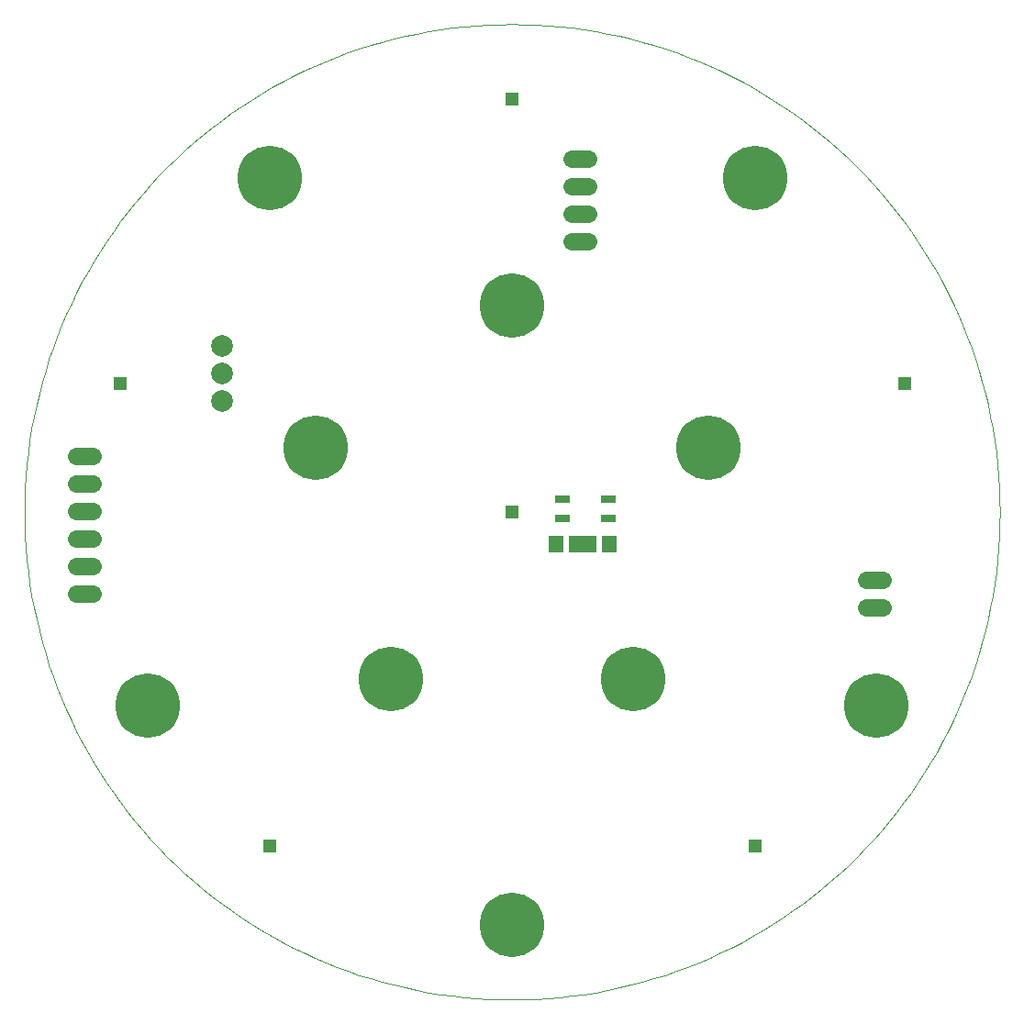
<source format=gbs>
G75*
%MOIN*%
%OFA0B0*%
%FSLAX25Y25*%
%IPPOS*%
%LPD*%
%AMOC8*
5,1,8,0,0,1.08239X$1,22.5*
%
%ADD10C,0.00039*%
%ADD11R,0.04534X0.04534*%
%ADD12C,0.06400*%
%ADD13C,0.07900*%
%ADD14C,0.23400*%
%ADD15R,0.05518X0.06306*%
%ADD16R,0.05200X0.02500*%
D10*
X0300276Y0192366D02*
X0300329Y0196714D01*
X0300489Y0201059D01*
X0300756Y0205399D01*
X0301129Y0209731D01*
X0301608Y0214053D01*
X0302194Y0218362D01*
X0302884Y0222654D01*
X0303680Y0226929D01*
X0304581Y0231183D01*
X0305585Y0235414D01*
X0306694Y0239618D01*
X0307905Y0243794D01*
X0309218Y0247939D01*
X0310632Y0252051D01*
X0312147Y0256127D01*
X0313762Y0260164D01*
X0315475Y0264161D01*
X0317286Y0268114D01*
X0319193Y0272021D01*
X0321195Y0275881D01*
X0323292Y0279690D01*
X0325482Y0283447D01*
X0327763Y0287149D01*
X0330134Y0290794D01*
X0332594Y0294379D01*
X0335141Y0297903D01*
X0337774Y0301364D01*
X0340491Y0304758D01*
X0343290Y0308085D01*
X0346170Y0311343D01*
X0349130Y0314528D01*
X0352166Y0317641D01*
X0355279Y0320677D01*
X0358464Y0323637D01*
X0361722Y0326517D01*
X0365049Y0329316D01*
X0368443Y0332033D01*
X0371904Y0334666D01*
X0375428Y0337213D01*
X0379013Y0339673D01*
X0382658Y0342044D01*
X0386360Y0344325D01*
X0390117Y0346515D01*
X0393926Y0348612D01*
X0397786Y0350614D01*
X0401693Y0352521D01*
X0405646Y0354332D01*
X0409643Y0356045D01*
X0413680Y0357660D01*
X0417756Y0359175D01*
X0421868Y0360589D01*
X0426013Y0361902D01*
X0430189Y0363113D01*
X0434393Y0364222D01*
X0438624Y0365226D01*
X0442878Y0366127D01*
X0447153Y0366923D01*
X0451445Y0367613D01*
X0455754Y0368199D01*
X0460076Y0368678D01*
X0464408Y0369051D01*
X0468748Y0369318D01*
X0473093Y0369478D01*
X0477441Y0369531D01*
X0481789Y0369478D01*
X0486134Y0369318D01*
X0490474Y0369051D01*
X0494806Y0368678D01*
X0499128Y0368199D01*
X0503437Y0367613D01*
X0507729Y0366923D01*
X0512004Y0366127D01*
X0516258Y0365226D01*
X0520489Y0364222D01*
X0524693Y0363113D01*
X0528869Y0361902D01*
X0533014Y0360589D01*
X0537126Y0359175D01*
X0541202Y0357660D01*
X0545239Y0356045D01*
X0549236Y0354332D01*
X0553189Y0352521D01*
X0557096Y0350614D01*
X0560956Y0348612D01*
X0564765Y0346515D01*
X0568522Y0344325D01*
X0572224Y0342044D01*
X0575869Y0339673D01*
X0579454Y0337213D01*
X0582978Y0334666D01*
X0586439Y0332033D01*
X0589833Y0329316D01*
X0593160Y0326517D01*
X0596418Y0323637D01*
X0599603Y0320677D01*
X0602716Y0317641D01*
X0605752Y0314528D01*
X0608712Y0311343D01*
X0611592Y0308085D01*
X0614391Y0304758D01*
X0617108Y0301364D01*
X0619741Y0297903D01*
X0622288Y0294379D01*
X0624748Y0290794D01*
X0627119Y0287149D01*
X0629400Y0283447D01*
X0631590Y0279690D01*
X0633687Y0275881D01*
X0635689Y0272021D01*
X0637596Y0268114D01*
X0639407Y0264161D01*
X0641120Y0260164D01*
X0642735Y0256127D01*
X0644250Y0252051D01*
X0645664Y0247939D01*
X0646977Y0243794D01*
X0648188Y0239618D01*
X0649297Y0235414D01*
X0650301Y0231183D01*
X0651202Y0226929D01*
X0651998Y0222654D01*
X0652688Y0218362D01*
X0653274Y0214053D01*
X0653753Y0209731D01*
X0654126Y0205399D01*
X0654393Y0201059D01*
X0654553Y0196714D01*
X0654606Y0192366D01*
X0654553Y0188018D01*
X0654393Y0183673D01*
X0654126Y0179333D01*
X0653753Y0175001D01*
X0653274Y0170679D01*
X0652688Y0166370D01*
X0651998Y0162078D01*
X0651202Y0157803D01*
X0650301Y0153549D01*
X0649297Y0149318D01*
X0648188Y0145114D01*
X0646977Y0140938D01*
X0645664Y0136793D01*
X0644250Y0132681D01*
X0642735Y0128605D01*
X0641120Y0124568D01*
X0639407Y0120571D01*
X0637596Y0116618D01*
X0635689Y0112711D01*
X0633687Y0108851D01*
X0631590Y0105042D01*
X0629400Y0101285D01*
X0627119Y0097583D01*
X0624748Y0093938D01*
X0622288Y0090353D01*
X0619741Y0086829D01*
X0617108Y0083368D01*
X0614391Y0079974D01*
X0611592Y0076647D01*
X0608712Y0073389D01*
X0605752Y0070204D01*
X0602716Y0067091D01*
X0599603Y0064055D01*
X0596418Y0061095D01*
X0593160Y0058215D01*
X0589833Y0055416D01*
X0586439Y0052699D01*
X0582978Y0050066D01*
X0579454Y0047519D01*
X0575869Y0045059D01*
X0572224Y0042688D01*
X0568522Y0040407D01*
X0564765Y0038217D01*
X0560956Y0036120D01*
X0557096Y0034118D01*
X0553189Y0032211D01*
X0549236Y0030400D01*
X0545239Y0028687D01*
X0541202Y0027072D01*
X0537126Y0025557D01*
X0533014Y0024143D01*
X0528869Y0022830D01*
X0524693Y0021619D01*
X0520489Y0020510D01*
X0516258Y0019506D01*
X0512004Y0018605D01*
X0507729Y0017809D01*
X0503437Y0017119D01*
X0499128Y0016533D01*
X0494806Y0016054D01*
X0490474Y0015681D01*
X0486134Y0015414D01*
X0481789Y0015254D01*
X0477441Y0015201D01*
X0473093Y0015254D01*
X0468748Y0015414D01*
X0464408Y0015681D01*
X0460076Y0016054D01*
X0455754Y0016533D01*
X0451445Y0017119D01*
X0447153Y0017809D01*
X0442878Y0018605D01*
X0438624Y0019506D01*
X0434393Y0020510D01*
X0430189Y0021619D01*
X0426013Y0022830D01*
X0421868Y0024143D01*
X0417756Y0025557D01*
X0413680Y0027072D01*
X0409643Y0028687D01*
X0405646Y0030400D01*
X0401693Y0032211D01*
X0397786Y0034118D01*
X0393926Y0036120D01*
X0390117Y0038217D01*
X0386360Y0040407D01*
X0382658Y0042688D01*
X0379013Y0045059D01*
X0375428Y0047519D01*
X0371904Y0050066D01*
X0368443Y0052699D01*
X0365049Y0055416D01*
X0361722Y0058215D01*
X0358464Y0061095D01*
X0355279Y0064055D01*
X0352166Y0067091D01*
X0349130Y0070204D01*
X0346170Y0073389D01*
X0343290Y0076647D01*
X0340491Y0079974D01*
X0337774Y0083368D01*
X0335141Y0086829D01*
X0332594Y0090353D01*
X0330134Y0093938D01*
X0327763Y0097583D01*
X0325482Y0101285D01*
X0323292Y0105042D01*
X0321195Y0108851D01*
X0319193Y0112711D01*
X0317286Y0116618D01*
X0315475Y0120571D01*
X0313762Y0124568D01*
X0312147Y0128605D01*
X0310632Y0132681D01*
X0309218Y0136793D01*
X0307905Y0140938D01*
X0306694Y0145114D01*
X0305585Y0149318D01*
X0304581Y0153549D01*
X0303680Y0157803D01*
X0302884Y0162078D01*
X0302194Y0166370D01*
X0301608Y0170679D01*
X0301129Y0175001D01*
X0300756Y0179333D01*
X0300489Y0183673D01*
X0300329Y0188018D01*
X0300276Y0192366D01*
D11*
X0334921Y0238823D03*
X0477441Y0192366D03*
X0565630Y0071106D03*
X0389252Y0071106D03*
X0619961Y0238823D03*
X0477441Y0342366D03*
D12*
X0325000Y0162500D02*
X0319000Y0162500D01*
X0319000Y0172500D02*
X0325000Y0172500D01*
X0325000Y0182500D02*
X0319000Y0182500D01*
X0319000Y0192500D02*
X0325000Y0192500D01*
X0325000Y0202500D02*
X0319000Y0202500D01*
X0319000Y0212500D02*
X0325000Y0212500D01*
X0499000Y0290500D02*
X0505000Y0290500D01*
X0505000Y0300500D02*
X0499000Y0300500D01*
X0499000Y0310500D02*
X0505000Y0310500D01*
X0505000Y0320500D02*
X0499000Y0320500D01*
X0606000Y0167500D02*
X0612000Y0167500D01*
X0612000Y0157500D02*
X0606000Y0157500D01*
D13*
X0372000Y0232500D03*
X0372000Y0242500D03*
X0372000Y0252500D03*
D14*
X0406102Y0215555D03*
X0477441Y0267366D03*
X0548780Y0215555D03*
X0521535Y0131697D03*
X0433346Y0131697D03*
X0345000Y0121933D03*
X0477441Y0042366D03*
X0609882Y0121933D03*
X0565591Y0313705D03*
X0389291Y0313705D03*
D15*
X0493260Y0180500D03*
X0500740Y0180500D03*
X0505260Y0180500D03*
X0512740Y0180500D03*
D16*
X0512300Y0190000D03*
X0512300Y0197000D03*
X0495700Y0197000D03*
X0495700Y0190000D03*
M02*

</source>
